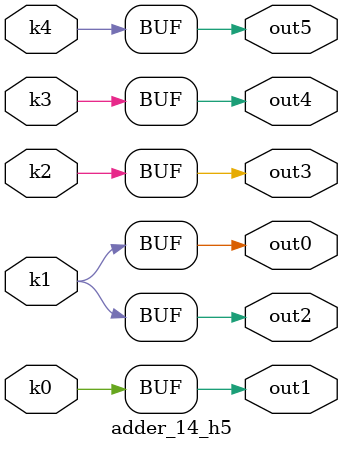
<source format=v>
module adder_14(pi00, pi01, pi02, pi03, pi04, pi05, pi06, pi07, pi08, pi09, po0, po1, po2, po3, po4, po5);
input pi00, pi01, pi02, pi03, pi04, pi05, pi06, pi07, pi08, pi09;
output po0, po1, po2, po3, po4, po5;
wire k0, k1, k2, k3, k4;
adder_14_w5 DUT1 (pi00, pi01, pi02, pi03, pi04, pi05, pi06, pi07, pi08, pi09, k0, k1, k2, k3, k4);
adder_14_h5 DUT2 (k0, k1, k2, k3, k4, po0, po1, po2, po3, po4, po5);
endmodule

module adder_14_w5(in9, in8, in7, in6, in5, in4, in3, in2, in1, in0, k4, k3, k2, k1, k0);
input in9, in8, in7, in6, in5, in4, in3, in2, in1, in0;
output k4, k3, k2, k1, k0;
assign k0 =   ((~in6 | ~in2) & (((~in7 | ~in3) & (((~in9 | ~in5) & ((in1 & ~in8) | (~in0 & ~in4))) | (~in9 & ~in5 & (~in8 | ~in4)) | (~in8 & ~in4))) | (~in7 & ~in3))) | (~in6 & ~in2);
assign k1 =   ((~in6 ^ in2) & (((~in7 | ~in3) & (((~in9 | ~in5) & ((in1 & ~in8) | (~in0 & ~in4))) | (~in9 & ~in5 & (~in8 | ~in4)) | (~in8 & ~in4))) | (~in7 & ~in3))) | ((in6 ^ in2) & ((in7 & in3) | ((in7 | in3) & (((in9 | in5) & ((in0 & in8) | (~in1 & in4))) | (in8 & in4) | (in9 & in5 & (in8 | in4))))));
assign k2 =   ((~in7 ^ in3) & (((~in9 | ~in5) & ((in1 & ~in8) | (~in0 & ~in4))) | (~in9 & ~in5 & (~in8 | ~in4)) | (~in8 & ~in4))) | ((in7 ^ in3) & (((in9 | in5) & ((in0 & in8) | (~in1 & in4))) | (in8 & in4) | (in9 & in5 & (in8 | in4))));
assign k3 =   ((~in9 | ~in5) & ((in1 & in8 & in4) | (~in0 & ~in8 & ~in4))) | ((in9 | in5) & ((~in1 & ~in8 & in4) | (in0 & in8 & ~in4))) | (in9 & in5 & (in8 ^ in4)) | (~in9 & ~in5 & (~in8 ^ in4));
assign k4 =   (in0 & (in9 ^ in5)) | (in1 & (~in9 ^ in5));
endmodule

module adder_14_h5(k4, k3, k2, k1, k0, out5, out4, out3, out2, out1, out0);
input k4, k3, k2, k1, k0;
output out5, out4, out3, out2, out1, out0;
assign out0 = k1;
assign out1 = k0;
assign out2 = k1;
assign out3 = k2;
assign out4 = k3;
assign out5 = k4;
endmodule

</source>
